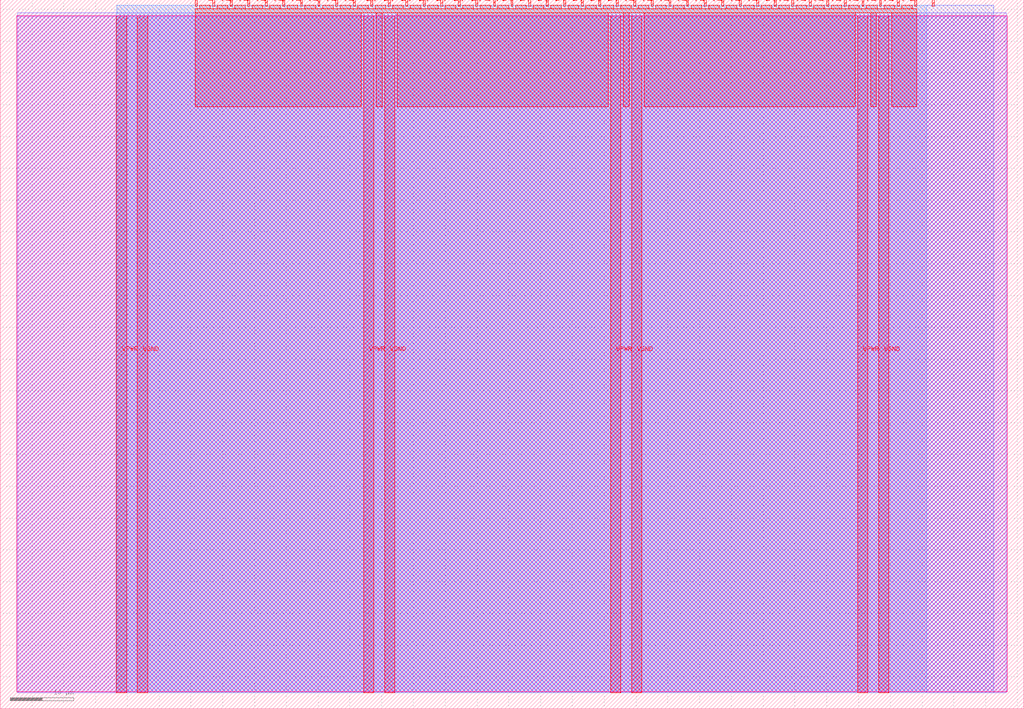
<source format=lef>
VERSION 5.7 ;
  NOWIREEXTENSIONATPIN ON ;
  DIVIDERCHAR "/" ;
  BUSBITCHARS "[]" ;
MACRO tt_um_pwm_top
  CLASS BLOCK ;
  FOREIGN tt_um_pwm_top ;
  ORIGIN 0.000 0.000 ;
  SIZE 161.000 BY 111.520 ;
  PIN VGND
    DIRECTION INOUT ;
    USE GROUND ;
    PORT
      LAYER met4 ;
        RECT 21.580 2.480 23.180 109.040 ;
    END
    PORT
      LAYER met4 ;
        RECT 60.450 2.480 62.050 109.040 ;
    END
    PORT
      LAYER met4 ;
        RECT 99.320 2.480 100.920 109.040 ;
    END
    PORT
      LAYER met4 ;
        RECT 138.190 2.480 139.790 109.040 ;
    END
  END VGND
  PIN VPWR
    DIRECTION INOUT ;
    USE POWER ;
    PORT
      LAYER met4 ;
        RECT 18.280 2.480 19.880 109.040 ;
    END
    PORT
      LAYER met4 ;
        RECT 57.150 2.480 58.750 109.040 ;
    END
    PORT
      LAYER met4 ;
        RECT 96.020 2.480 97.620 109.040 ;
    END
    PORT
      LAYER met4 ;
        RECT 134.890 2.480 136.490 109.040 ;
    END
  END VPWR
  PIN clk
    DIRECTION INPUT ;
    USE SIGNAL ;
    ANTENNAGATEAREA 0.852000 ;
    PORT
      LAYER met4 ;
        RECT 143.830 110.520 144.130 111.520 ;
    END
  END clk
  PIN ena
    DIRECTION INPUT ;
    USE SIGNAL ;
    PORT
      LAYER met4 ;
        RECT 146.590 110.520 146.890 111.520 ;
    END
  END ena
  PIN rst_n
    DIRECTION INPUT ;
    USE SIGNAL ;
    ANTENNAGATEAREA 0.213000 ;
    PORT
      LAYER met4 ;
        RECT 141.070 110.520 141.370 111.520 ;
    END
  END rst_n
  PIN ui_in[0]
    DIRECTION INPUT ;
    USE SIGNAL ;
    ANTENNAGATEAREA 0.196500 ;
    PORT
      LAYER met4 ;
        RECT 138.310 110.520 138.610 111.520 ;
    END
  END ui_in[0]
  PIN ui_in[1]
    DIRECTION INPUT ;
    USE SIGNAL ;
    ANTENNAGATEAREA 0.196500 ;
    PORT
      LAYER met4 ;
        RECT 135.550 110.520 135.850 111.520 ;
    END
  END ui_in[1]
  PIN ui_in[2]
    DIRECTION INPUT ;
    USE SIGNAL ;
    ANTENNAGATEAREA 0.196500 ;
    PORT
      LAYER met4 ;
        RECT 132.790 110.520 133.090 111.520 ;
    END
  END ui_in[2]
  PIN ui_in[3]
    DIRECTION INPUT ;
    USE SIGNAL ;
    ANTENNAGATEAREA 0.196500 ;
    PORT
      LAYER met4 ;
        RECT 130.030 110.520 130.330 111.520 ;
    END
  END ui_in[3]
  PIN ui_in[4]
    DIRECTION INPUT ;
    USE SIGNAL ;
    ANTENNAGATEAREA 0.196500 ;
    PORT
      LAYER met4 ;
        RECT 127.270 110.520 127.570 111.520 ;
    END
  END ui_in[4]
  PIN ui_in[5]
    DIRECTION INPUT ;
    USE SIGNAL ;
    ANTENNAGATEAREA 0.196500 ;
    PORT
      LAYER met4 ;
        RECT 124.510 110.520 124.810 111.520 ;
    END
  END ui_in[5]
  PIN ui_in[6]
    DIRECTION INPUT ;
    USE SIGNAL ;
    ANTENNAGATEAREA 0.196500 ;
    PORT
      LAYER met4 ;
        RECT 121.750 110.520 122.050 111.520 ;
    END
  END ui_in[6]
  PIN ui_in[7]
    DIRECTION INPUT ;
    USE SIGNAL ;
    ANTENNAGATEAREA 0.196500 ;
    PORT
      LAYER met4 ;
        RECT 118.990 110.520 119.290 111.520 ;
    END
  END ui_in[7]
  PIN uio_in[0]
    DIRECTION INPUT ;
    USE SIGNAL ;
    PORT
      LAYER met4 ;
        RECT 116.230 110.520 116.530 111.520 ;
    END
  END uio_in[0]
  PIN uio_in[1]
    DIRECTION INPUT ;
    USE SIGNAL ;
    PORT
      LAYER met4 ;
        RECT 113.470 110.520 113.770 111.520 ;
    END
  END uio_in[1]
  PIN uio_in[2]
    DIRECTION INPUT ;
    USE SIGNAL ;
    PORT
      LAYER met4 ;
        RECT 110.710 110.520 111.010 111.520 ;
    END
  END uio_in[2]
  PIN uio_in[3]
    DIRECTION INPUT ;
    USE SIGNAL ;
    PORT
      LAYER met4 ;
        RECT 107.950 110.520 108.250 111.520 ;
    END
  END uio_in[3]
  PIN uio_in[4]
    DIRECTION INPUT ;
    USE SIGNAL ;
    PORT
      LAYER met4 ;
        RECT 105.190 110.520 105.490 111.520 ;
    END
  END uio_in[4]
  PIN uio_in[5]
    DIRECTION INPUT ;
    USE SIGNAL ;
    PORT
      LAYER met4 ;
        RECT 102.430 110.520 102.730 111.520 ;
    END
  END uio_in[5]
  PIN uio_in[6]
    DIRECTION INPUT ;
    USE SIGNAL ;
    PORT
      LAYER met4 ;
        RECT 99.670 110.520 99.970 111.520 ;
    END
  END uio_in[6]
  PIN uio_in[7]
    DIRECTION INPUT ;
    USE SIGNAL ;
    PORT
      LAYER met4 ;
        RECT 96.910 110.520 97.210 111.520 ;
    END
  END uio_in[7]
  PIN uio_oe[0]
    DIRECTION OUTPUT ;
    USE SIGNAL ;
    PORT
      LAYER met4 ;
        RECT 49.990 110.520 50.290 111.520 ;
    END
  END uio_oe[0]
  PIN uio_oe[1]
    DIRECTION OUTPUT ;
    USE SIGNAL ;
    PORT
      LAYER met4 ;
        RECT 47.230 110.520 47.530 111.520 ;
    END
  END uio_oe[1]
  PIN uio_oe[2]
    DIRECTION OUTPUT ;
    USE SIGNAL ;
    PORT
      LAYER met4 ;
        RECT 44.470 110.520 44.770 111.520 ;
    END
  END uio_oe[2]
  PIN uio_oe[3]
    DIRECTION OUTPUT ;
    USE SIGNAL ;
    PORT
      LAYER met4 ;
        RECT 41.710 110.520 42.010 111.520 ;
    END
  END uio_oe[3]
  PIN uio_oe[4]
    DIRECTION OUTPUT ;
    USE SIGNAL ;
    PORT
      LAYER met4 ;
        RECT 38.950 110.520 39.250 111.520 ;
    END
  END uio_oe[4]
  PIN uio_oe[5]
    DIRECTION OUTPUT ;
    USE SIGNAL ;
    PORT
      LAYER met4 ;
        RECT 36.190 110.520 36.490 111.520 ;
    END
  END uio_oe[5]
  PIN uio_oe[6]
    DIRECTION OUTPUT ;
    USE SIGNAL ;
    PORT
      LAYER met4 ;
        RECT 33.430 110.520 33.730 111.520 ;
    END
  END uio_oe[6]
  PIN uio_oe[7]
    DIRECTION OUTPUT ;
    USE SIGNAL ;
    PORT
      LAYER met4 ;
        RECT 30.670 110.520 30.970 111.520 ;
    END
  END uio_oe[7]
  PIN uio_out[0]
    DIRECTION OUTPUT ;
    USE SIGNAL ;
    PORT
      LAYER met4 ;
        RECT 72.070 110.520 72.370 111.520 ;
    END
  END uio_out[0]
  PIN uio_out[1]
    DIRECTION OUTPUT ;
    USE SIGNAL ;
    PORT
      LAYER met4 ;
        RECT 69.310 110.520 69.610 111.520 ;
    END
  END uio_out[1]
  PIN uio_out[2]
    DIRECTION OUTPUT ;
    USE SIGNAL ;
    PORT
      LAYER met4 ;
        RECT 66.550 110.520 66.850 111.520 ;
    END
  END uio_out[2]
  PIN uio_out[3]
    DIRECTION OUTPUT ;
    USE SIGNAL ;
    PORT
      LAYER met4 ;
        RECT 63.790 110.520 64.090 111.520 ;
    END
  END uio_out[3]
  PIN uio_out[4]
    DIRECTION OUTPUT ;
    USE SIGNAL ;
    PORT
      LAYER met4 ;
        RECT 61.030 110.520 61.330 111.520 ;
    END
  END uio_out[4]
  PIN uio_out[5]
    DIRECTION OUTPUT ;
    USE SIGNAL ;
    PORT
      LAYER met4 ;
        RECT 58.270 110.520 58.570 111.520 ;
    END
  END uio_out[5]
  PIN uio_out[6]
    DIRECTION OUTPUT ;
    USE SIGNAL ;
    PORT
      LAYER met4 ;
        RECT 55.510 110.520 55.810 111.520 ;
    END
  END uio_out[6]
  PIN uio_out[7]
    DIRECTION OUTPUT ;
    USE SIGNAL ;
    PORT
      LAYER met4 ;
        RECT 52.750 110.520 53.050 111.520 ;
    END
  END uio_out[7]
  PIN uo_out[0]
    DIRECTION OUTPUT ;
    USE SIGNAL ;
    ANTENNADIFFAREA 0.445500 ;
    PORT
      LAYER met4 ;
        RECT 94.150 110.520 94.450 111.520 ;
    END
  END uo_out[0]
  PIN uo_out[1]
    DIRECTION OUTPUT ;
    USE SIGNAL ;
    ANTENNADIFFAREA 0.445500 ;
    PORT
      LAYER met4 ;
        RECT 91.390 110.520 91.690 111.520 ;
    END
  END uo_out[1]
  PIN uo_out[2]
    DIRECTION OUTPUT ;
    USE SIGNAL ;
    ANTENNADIFFAREA 0.445500 ;
    PORT
      LAYER met4 ;
        RECT 88.630 110.520 88.930 111.520 ;
    END
  END uo_out[2]
  PIN uo_out[3]
    DIRECTION OUTPUT ;
    USE SIGNAL ;
    ANTENNADIFFAREA 0.445500 ;
    PORT
      LAYER met4 ;
        RECT 85.870 110.520 86.170 111.520 ;
    END
  END uo_out[3]
  PIN uo_out[4]
    DIRECTION OUTPUT ;
    USE SIGNAL ;
    ANTENNADIFFAREA 0.445500 ;
    PORT
      LAYER met4 ;
        RECT 83.110 110.520 83.410 111.520 ;
    END
  END uo_out[4]
  PIN uo_out[5]
    DIRECTION OUTPUT ;
    USE SIGNAL ;
    ANTENNADIFFAREA 0.445500 ;
    PORT
      LAYER met4 ;
        RECT 80.350 110.520 80.650 111.520 ;
    END
  END uo_out[5]
  PIN uo_out[6]
    DIRECTION OUTPUT ;
    USE SIGNAL ;
    ANTENNADIFFAREA 0.445500 ;
    PORT
      LAYER met4 ;
        RECT 77.590 110.520 77.890 111.520 ;
    END
  END uo_out[6]
  PIN uo_out[7]
    DIRECTION OUTPUT ;
    USE SIGNAL ;
    ANTENNADIFFAREA 0.445500 ;
    PORT
      LAYER met4 ;
        RECT 74.830 110.520 75.130 111.520 ;
    END
  END uo_out[7]
  OBS
      LAYER nwell ;
        RECT 2.570 2.635 158.430 108.990 ;
      LAYER li1 ;
        RECT 2.760 2.635 158.240 108.885 ;
      LAYER met1 ;
        RECT 2.760 2.480 158.240 109.440 ;
      LAYER met2 ;
        RECT 18.310 2.535 156.300 110.685 ;
      LAYER met3 ;
        RECT 18.290 2.555 145.755 110.665 ;
      LAYER met4 ;
        RECT 31.370 110.120 33.030 110.665 ;
        RECT 34.130 110.120 35.790 110.665 ;
        RECT 36.890 110.120 38.550 110.665 ;
        RECT 39.650 110.120 41.310 110.665 ;
        RECT 42.410 110.120 44.070 110.665 ;
        RECT 45.170 110.120 46.830 110.665 ;
        RECT 47.930 110.120 49.590 110.665 ;
        RECT 50.690 110.120 52.350 110.665 ;
        RECT 53.450 110.120 55.110 110.665 ;
        RECT 56.210 110.120 57.870 110.665 ;
        RECT 58.970 110.120 60.630 110.665 ;
        RECT 61.730 110.120 63.390 110.665 ;
        RECT 64.490 110.120 66.150 110.665 ;
        RECT 67.250 110.120 68.910 110.665 ;
        RECT 70.010 110.120 71.670 110.665 ;
        RECT 72.770 110.120 74.430 110.665 ;
        RECT 75.530 110.120 77.190 110.665 ;
        RECT 78.290 110.120 79.950 110.665 ;
        RECT 81.050 110.120 82.710 110.665 ;
        RECT 83.810 110.120 85.470 110.665 ;
        RECT 86.570 110.120 88.230 110.665 ;
        RECT 89.330 110.120 90.990 110.665 ;
        RECT 92.090 110.120 93.750 110.665 ;
        RECT 94.850 110.120 96.510 110.665 ;
        RECT 97.610 110.120 99.270 110.665 ;
        RECT 100.370 110.120 102.030 110.665 ;
        RECT 103.130 110.120 104.790 110.665 ;
        RECT 105.890 110.120 107.550 110.665 ;
        RECT 108.650 110.120 110.310 110.665 ;
        RECT 111.410 110.120 113.070 110.665 ;
        RECT 114.170 110.120 115.830 110.665 ;
        RECT 116.930 110.120 118.590 110.665 ;
        RECT 119.690 110.120 121.350 110.665 ;
        RECT 122.450 110.120 124.110 110.665 ;
        RECT 125.210 110.120 126.870 110.665 ;
        RECT 127.970 110.120 129.630 110.665 ;
        RECT 130.730 110.120 132.390 110.665 ;
        RECT 133.490 110.120 135.150 110.665 ;
        RECT 136.250 110.120 137.910 110.665 ;
        RECT 139.010 110.120 140.670 110.665 ;
        RECT 141.770 110.120 143.430 110.665 ;
        RECT 30.655 109.440 144.145 110.120 ;
        RECT 30.655 94.695 56.750 109.440 ;
        RECT 59.150 94.695 60.050 109.440 ;
        RECT 62.450 94.695 95.620 109.440 ;
        RECT 98.020 94.695 98.920 109.440 ;
        RECT 101.320 94.695 134.490 109.440 ;
        RECT 136.890 94.695 137.790 109.440 ;
        RECT 140.190 94.695 144.145 109.440 ;
  END
END tt_um_pwm_top
END LIBRARY


</source>
